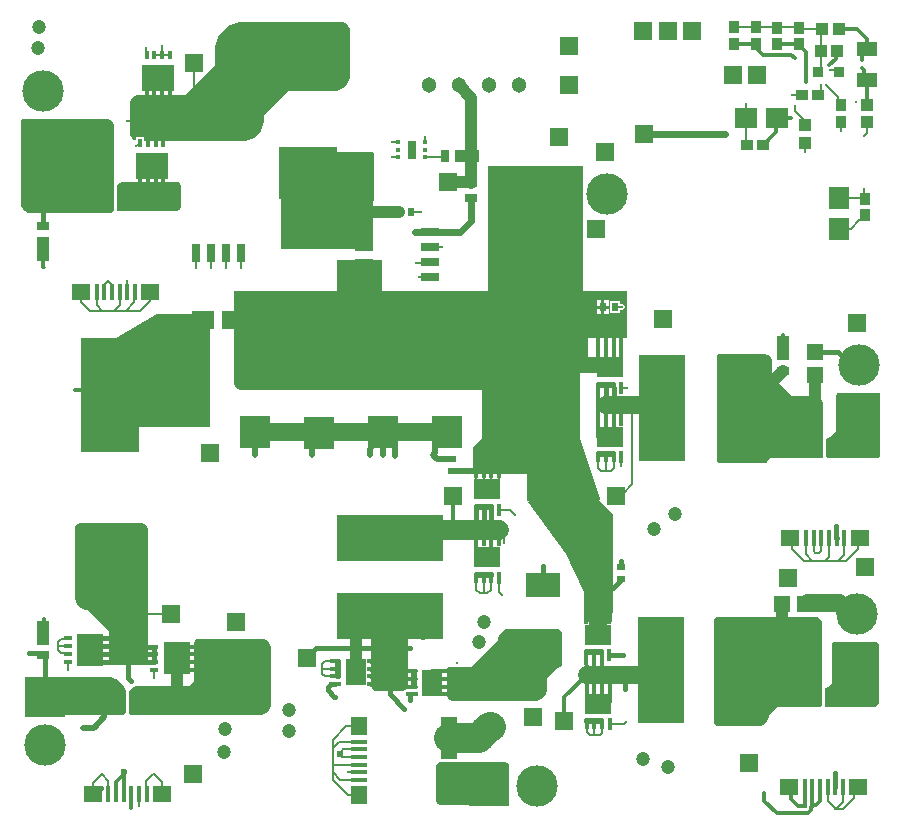
<source format=gbr>
%TF.GenerationSoftware,Altium Limited,Altium Designer,19.1.7 (138)*%
G04 Layer_Physical_Order=1*
G04 Layer_Color=255*
%FSLAX45Y45*%
%MOMM*%
%TF.FileFunction,Copper,L1,Top,Signal*%
%TF.Part,Single*%
G01*
G75*
%TA.AperFunction,Conductor*%
%ADD10C,0.50000*%
%ADD11C,0.40000*%
%ADD12C,0.30000*%
%TA.AperFunction,SMDPad,CuDef*%
%ADD13R,0.45000X0.45000*%
%ADD14R,0.69000X1.60000*%
%ADD15R,0.45000X0.40000*%
%ADD16R,4.00000X9.00000*%
%TA.AperFunction,ConnectorPad*%
%ADD17R,1.10000X2.00000*%
%ADD18R,1.10000X0.80000*%
%TA.AperFunction,SMDPad,CuDef*%
%ADD19R,1.10000X0.80000*%
%ADD20R,1.10000X2.00000*%
%ADD21R,2.00000X1.10000*%
%ADD22R,0.80000X1.10000*%
%ADD23R,0.34000X0.80000*%
%ADD24R,2.29000X1.71000*%
G04:AMPARAMS|DCode=25|XSize=0.34mm|YSize=1mm|CornerRadius=0mm|HoleSize=0mm|Usage=FLASHONLY|Rotation=0.000|XOffset=0mm|YOffset=0mm|HoleType=Round|Shape=Octagon|*
%AMOCTAGOND25*
4,1,8,-0.08500,0.50000,0.08500,0.50000,0.17000,0.41500,0.17000,-0.41500,0.08500,-0.50000,-0.08500,-0.50000,-0.17000,-0.41500,-0.17000,0.41500,-0.08500,0.50000,0.0*
%
%ADD25OCTAGOND25*%

%ADD26R,0.34000X1.00000*%
G04:AMPARAMS|DCode=27|XSize=1.64mm|YSize=0.5mm|CornerRadius=0mm|HoleSize=0mm|Usage=FLASHONLY|Rotation=0.000|XOffset=0mm|YOffset=0mm|HoleType=Round|Shape=Octagon|*
%AMOCTAGOND27*
4,1,8,0.82000,-0.12500,0.82000,0.12500,0.69500,0.25000,-0.69500,0.25000,-0.82000,0.12500,-0.82000,-0.12500,-0.69500,-0.25000,0.69500,-0.25000,0.82000,-0.12500,0.0*
%
%ADD27OCTAGOND27*%

%ADD28R,0.50000X0.70000*%
%ADD29R,0.75000X0.35000*%
%ADD30R,2.20000X2.70000*%
%ADD31R,1.65000X1.42000*%
%ADD32R,0.35000X1.42000*%
%ADD33R,3.60000X1.42000*%
%ADD34R,5.00000X4.50000*%
%ADD35R,1.92000X1.57500*%
%ADD36R,0.65000X1.57500*%
%ADD37R,0.35000X0.75000*%
%ADD38R,2.70000X2.20000*%
%TA.AperFunction,ConnectorPad*%
%ADD39R,5.00000X4.50000*%
%TA.AperFunction,SMDPad,CuDef*%
%ADD40R,1.57500X1.92000*%
%ADD41R,1.57500X0.65000*%
%TA.AperFunction,ConnectorPad*%
%ADD42R,0.95000X1.10000*%
%TA.AperFunction,SMDPad,CuDef*%
%ADD43R,1.10000X0.95000*%
%ADD44R,0.95000X1.10000*%
%ADD45R,1.10000X1.10000*%
%ADD46R,1.10000X1.00000*%
%ADD47R,1.10000X1.10000*%
%ADD48R,0.90000X0.90000*%
%TA.AperFunction,ConnectorPad*%
%ADD49R,1.80000X1.20000*%
%TA.AperFunction,SMDPad,CuDef*%
%ADD50R,1.85000X1.75000*%
%ADD51R,1.75000X1.85000*%
%ADD52R,2.55000X2.77000*%
%ADD53R,0.70000X0.50000*%
%ADD54R,9.00000X4.00000*%
G04:AMPARAMS|DCode=55|XSize=1.64mm|YSize=0.5mm|CornerRadius=0mm|HoleSize=0mm|Usage=FLASHONLY|Rotation=270.000|XOffset=0mm|YOffset=0mm|HoleType=Round|Shape=Octagon|*
%AMOCTAGOND55*
4,1,8,-0.12500,-0.82000,0.12500,-0.82000,0.25000,-0.69500,0.25000,0.69500,0.12500,0.82000,-0.12500,0.82000,-0.25000,0.69500,-0.25000,-0.69500,-0.12500,-0.82000,0.0*
%
%ADD55OCTAGOND55*%

%ADD56R,1.00000X0.34000*%
G04:AMPARAMS|DCode=57|XSize=0.34mm|YSize=1mm|CornerRadius=0mm|HoleSize=0mm|Usage=FLASHONLY|Rotation=270.000|XOffset=0mm|YOffset=0mm|HoleType=Round|Shape=Octagon|*
%AMOCTAGOND57*
4,1,8,0.50000,0.08500,0.50000,-0.08500,0.41500,-0.17000,-0.41500,-0.17000,-0.50000,-0.08500,-0.50000,0.08500,-0.41500,0.17000,0.41500,0.17000,0.50000,0.08500,0.0*
%
%ADD57OCTAGOND57*%

%ADD58R,1.71000X2.29000*%
%ADD59R,0.80000X0.34000*%
%ADD60R,1.42000X1.65000*%
%ADD61R,1.42000X0.35000*%
%ADD62R,1.42000X3.60000*%
%ADD63R,2.00000X1.80000*%
%ADD64R,3.00000X2.10000*%
%ADD65R,1.45000X1.45000*%
%ADD66R,1.45000X1.45000*%
%TA.AperFunction,Conductor*%
%ADD67C,0.20000*%
%ADD68C,0.60000*%
%ADD69C,1.00000*%
%ADD70C,1.50000*%
%ADD71C,0.38100*%
%ADD72C,0.35000*%
%ADD73C,1.70000*%
%ADD74C,0.15000*%
%ADD75C,2.00000*%
%ADD76C,2.50000*%
%ADD77C,3.00000*%
%TA.AperFunction,ComponentPad*%
%ADD78C,1.20000*%
%ADD79R,1.55000X1.55000*%
%ADD80R,1.55000X1.55000*%
%ADD81R,3.50000X3.50000*%
%ADD82C,3.50000*%
%ADD83C,1.30300*%
%ADD84R,3.50000X3.50000*%
%TA.AperFunction,ViaPad*%
%ADD85C,0.30000*%
%ADD86C,0.60000*%
%ADD87C,0.26000*%
%ADD88C,0.50000*%
G36*
X2745316Y8965321D02*
X2767821Y8942816D01*
X2780000Y8913413D01*
Y8897500D01*
Y8532500D01*
Y8504652D01*
X2758686Y8453196D01*
X2719303Y8413814D01*
X2667848Y8392500D01*
X2262500D01*
X2055000Y8185000D01*
Y8127220D01*
X2024171Y8052793D01*
X1967207Y7995829D01*
X1892780Y7965000D01*
X1037500D01*
Y8004500D01*
X972500D01*
Y7978947D01*
X961940Y7971891D01*
X952848Y7975657D01*
X933157Y7995348D01*
X922500Y8021076D01*
Y8299918D01*
X933918Y8327484D01*
X955016Y8348582D01*
X982581Y8360000D01*
X1383500D01*
X1637500Y8614000D01*
Y8723500D01*
Y8774024D01*
X1676169Y8867379D01*
X1747620Y8938831D01*
X1840976Y8977500D01*
X2715913D01*
X2745316Y8965321D01*
D02*
G37*
G36*
X1332658Y7616410D02*
X1343910Y7605158D01*
X1350000Y7590456D01*
Y7582500D01*
Y7420000D01*
Y7411049D01*
X1343149Y7394509D01*
X1330490Y7381851D01*
X1313951Y7375000D01*
X820013D01*
X815419Y7376903D01*
X811903Y7380419D01*
X810000Y7385013D01*
Y7387500D01*
Y7570000D01*
Y7580443D01*
X817993Y7599739D01*
X832761Y7614507D01*
X852057Y7622500D01*
X1317956D01*
X1332658Y7616410D01*
D02*
G37*
G36*
X755403Y8145485D02*
X772985Y8127903D01*
X782500Y8104932D01*
Y8092500D01*
Y7392500D01*
Y7386035D01*
X777552Y7374090D01*
X768410Y7364948D01*
X756465Y7360000D01*
X56076D01*
X30348Y7370657D01*
X10657Y7390348D01*
X0Y7416076D01*
Y7430000D01*
Y8147500D01*
Y8148992D01*
X1142Y8151748D01*
X3251Y8153858D01*
X6008Y8155000D01*
X732432D01*
X755403Y8145485D01*
D02*
G37*
G36*
X2982473Y7866006D02*
X2980000Y7050000D01*
X2200000D01*
Y7875000D01*
X2973506D01*
X2982473Y7866006D01*
D02*
G37*
G36*
X4752500Y6700000D02*
X5130000D01*
Y6300000D01*
X4800000Y6300000D01*
X4800001Y6200000D01*
X4800000Y6140000D01*
X4900000D01*
Y6000000D01*
X4732500D01*
Y5450000D01*
X4896746Y4932750D01*
X4889246Y4922500D01*
X4897500D01*
X5010000Y4810000D01*
Y4150000D01*
Y3985000D01*
X5009999D01*
X5004810Y3973597D01*
X5003496Y3972283D01*
X4997983Y3970000D01*
X4778024D01*
X4769755Y3973425D01*
X4763425Y3979755D01*
X4760000Y3988025D01*
Y4150000D01*
X4607500Y4467500D01*
X4288136Y4911197D01*
X4293927Y4922500D01*
X4280000D01*
Y5152500D01*
X3848038D01*
X3835174Y5157828D01*
X3825328Y5167674D01*
X3820000Y5180538D01*
Y5374999D01*
X3820000Y5375000D01*
X3820000D01*
Y5375000D01*
X3897500Y5452500D01*
Y5857500D01*
X1858079D01*
X1831432Y5868537D01*
X1811037Y5888932D01*
X1800000Y5915579D01*
Y5930000D01*
Y6000000D01*
Y6382500D01*
D01*
Y6382500D01*
Y6405872D01*
Y6700000D01*
X2670000D01*
Y6960000D01*
X3050000D01*
Y6700000D01*
X3952500D01*
Y7755000D01*
X4752500D01*
Y6700000D01*
D02*
G37*
G36*
X7267080Y5830597D02*
X7270597Y5827080D01*
X7272500Y5822486D01*
Y5820000D01*
Y5315000D01*
Y5308535D01*
X7267552Y5296590D01*
X7258410Y5287448D01*
X7246465Y5282500D01*
X6833024D01*
X6824755Y5285925D01*
X6818425Y5292255D01*
X6815000Y5300524D01*
Y5305000D01*
Y5435000D01*
Y5439973D01*
X6818806Y5449161D01*
X6825839Y5456194D01*
X6835027Y5460000D01*
X6847500D01*
X6900000Y5512500D01*
Y5815000D01*
Y5818481D01*
X6902664Y5824913D01*
X6907587Y5829835D01*
X6914019Y5832500D01*
X6997997D01*
X6998916Y5832119D01*
X6999619Y5831416D01*
X7000000Y5830497D01*
Y5830000D01*
X7260000Y5832500D01*
X7262486D01*
X7267080Y5830597D01*
D02*
G37*
G36*
X1600000Y5550000D02*
X500000Y5550000D01*
Y6300000D01*
X800000D01*
X1150000Y6500000D01*
X1600000D01*
X1600000Y5550000D01*
D02*
G37*
G36*
X6322484Y6156082D02*
X6343582Y6134984D01*
X6355000Y6107418D01*
Y6092500D01*
Y5972500D01*
X6522500Y5805000D01*
X6733426D01*
X6758236Y5794724D01*
X6777224Y5775736D01*
X6787500Y5750927D01*
Y5737500D01*
Y5292500D01*
Y5290014D01*
X6785597Y5285419D01*
X6782080Y5281903D01*
X6777486Y5280000D01*
X6335000D01*
X6312500Y5257500D01*
Y5254516D01*
X6310216Y5249003D01*
X6305997Y5244784D01*
X6300483Y5242500D01*
X5905027D01*
X5895838Y5246306D01*
X5888806Y5253338D01*
X5885000Y5262527D01*
Y5267500D01*
Y6142500D01*
Y6147473D01*
X5888806Y6156661D01*
X5895839Y6163694D01*
X5905027Y6167500D01*
X6294918D01*
X6322484Y6156082D01*
D02*
G37*
G36*
X4560910Y3827552D02*
X4570052Y3818410D01*
X4575000Y3806465D01*
Y3800000D01*
Y3542500D01*
X4574999Y3542500D01*
X4575000Y3535041D01*
X4569291Y3521258D01*
X4558742Y3510709D01*
X4544959Y3505000D01*
X4537500Y3505000D01*
Y3505000D01*
X4447500Y3415000D01*
Y3332500D01*
X4447500Y3332500D01*
X4447500Y3311117D01*
X4431134Y3271606D01*
X4400894Y3241366D01*
X4361383Y3225000D01*
X4340000Y3225000D01*
X3662500Y3224999D01*
X3650565D01*
X3628512Y3234134D01*
X3611634Y3251012D01*
X3602500Y3273065D01*
X3602500Y3285000D01*
Y3497500D01*
Y3500981D01*
X3605164Y3507413D01*
X3610087Y3512336D01*
X3616519Y3515000D01*
X3805000D01*
X4035000Y3745000D01*
X4035000Y3762404D01*
X4048321Y3794565D01*
X4072935Y3819179D01*
X4105095Y3832500D01*
X4122500Y3832500D01*
X4542500Y3832500D01*
X4548964D01*
X4560910Y3827552D01*
D02*
G37*
G36*
X1043236Y4722224D02*
X1062224Y4703236D01*
X1072500Y4678427D01*
Y4665000D01*
Y3547500D01*
Y3544516D01*
X1070216Y3539003D01*
X1065997Y3534783D01*
X1060484Y3532500D01*
X772540D01*
X758758Y3538209D01*
X748209Y3548758D01*
X742500Y3562541D01*
Y3570000D01*
Y3820000D01*
X562500Y4000000D01*
X541117D01*
X501606Y4016366D01*
X471366Y4046606D01*
X455000Y4086117D01*
Y4107500D01*
Y4687500D01*
Y4696451D01*
X461851Y4712990D01*
X474510Y4725649D01*
X491049Y4732500D01*
X1018426D01*
X1043236Y4722224D01*
D02*
G37*
G36*
X3266329Y3876955D02*
X3271955Y3871329D01*
X3275000Y3863978D01*
Y3367501D01*
X3275000D01*
X3274877Y3355767D01*
X3266246Y3334929D01*
X3250071Y3318754D01*
X3228937Y3310000D01*
X2999557D01*
X2980261Y3317993D01*
X2965493Y3332761D01*
X2957500Y3352057D01*
Y3434375D01*
X2958125D01*
X2960000Y3839999D01*
X2960000Y3840000D01*
Y3840000D01*
X2961564Y3851733D01*
X2966090Y3862658D01*
X2977342Y3873910D01*
X2992044Y3880000D01*
X3258978D01*
X3266329Y3876955D01*
D02*
G37*
G36*
X7243410Y3722552D02*
X7252552Y3713410D01*
X7257500Y3701465D01*
Y3695000D01*
Y3220000D01*
Y3211546D01*
X7251030Y3195926D01*
X7239074Y3183970D01*
X7223454Y3177500D01*
X6813011D01*
X6809335Y3179022D01*
X6806522Y3181835D01*
X6805000Y3185511D01*
Y3187500D01*
Y3327500D01*
Y3330484D01*
X6807284Y3335997D01*
X6811503Y3340216D01*
X6817016Y3342500D01*
X6830000D01*
X6862500Y3375000D01*
Y3702500D01*
Y3707473D01*
X6866306Y3716661D01*
X6873339Y3723694D01*
X6882527Y3727500D01*
X7231465D01*
X7243410Y3722552D01*
D02*
G37*
G36*
X2075648Y3739559D02*
X2099559Y3715648D01*
X2112500Y3684407D01*
Y3667500D01*
Y3202500D01*
Y3184101D01*
X2098417Y3150103D01*
X2072397Y3124082D01*
X2038399Y3110000D01*
X928522D01*
X921171Y3113045D01*
X915545Y3118671D01*
X912500Y3126021D01*
Y3130000D01*
Y3285000D01*
Y3298426D01*
X922776Y3323236D01*
X941764Y3342224D01*
X966573Y3352500D01*
X1420000D01*
X1460000Y3392500D01*
Y3717500D01*
Y3724462D01*
X1465328Y3737326D01*
X1475174Y3747171D01*
X1488038Y3752500D01*
X2044407D01*
X2075648Y3739559D01*
D02*
G37*
G36*
X816384Y3406783D02*
X859283Y3363884D01*
X882500Y3307834D01*
Y3277500D01*
Y3130027D01*
X878694Y3120838D01*
X871661Y3113806D01*
X862472Y3110000D01*
X85068D01*
X62096Y3119515D01*
X44515Y3137096D01*
X35000Y3160068D01*
Y3172500D01*
X32588Y3420976D01*
X41524Y3430000D01*
X760334D01*
X816384Y3406783D01*
D02*
G37*
G36*
X6753655Y3926627D02*
X6769127Y3911155D01*
X6777500Y3890940D01*
Y3880000D01*
Y3195000D01*
Y3191519D01*
X6774836Y3185087D01*
X6769913Y3180164D01*
X6763481Y3177500D01*
X6400000D01*
X6327500Y3105000D01*
Y3086600D01*
X6313417Y3052603D01*
X6287397Y3026582D01*
X6253399Y3012500D01*
X5895041D01*
X5881258Y3018209D01*
X5870709Y3028758D01*
X5865000Y3042541D01*
Y3050000D01*
Y3915000D01*
Y3918978D01*
X5868045Y3926329D01*
X5873671Y3931955D01*
X5881022Y3935000D01*
X6733440D01*
X6753655Y3926627D01*
D02*
G37*
G36*
X4112658Y2703910D02*
X4123910Y2692658D01*
X4130000Y2677956D01*
Y2670000D01*
Y2417500D01*
Y2403576D01*
X4119343Y2377848D01*
X4099652Y2358157D01*
X4073924Y2347500D01*
X3540538D01*
X3527674Y2352828D01*
X3517828Y2362674D01*
X3512500Y2375538D01*
Y2382500D01*
Y2672500D01*
Y2679462D01*
X3517828Y2692326D01*
X3527674Y2702171D01*
X3540538Y2707500D01*
X3595000D01*
X4090000Y2710000D01*
X4097956D01*
X4112658Y2703910D01*
D02*
G37*
%LPC*%
G36*
X4970400Y6620400D02*
X4932700D01*
Y6572700D01*
X4970400D01*
Y6620400D01*
D02*
G37*
G36*
X4907300D02*
X4869600D01*
Y6572700D01*
X4907300D01*
Y6620400D01*
D02*
G37*
G36*
X5065000Y6610000D02*
X4985000D01*
Y6510000D01*
X5065000D01*
Y6532940D01*
X5085000D01*
X5104134Y6540866D01*
X5112060Y6560000D01*
X5104134Y6579134D01*
X5085000Y6587060D01*
X5065000D01*
Y6610000D01*
D02*
G37*
G36*
X4970400Y6547300D02*
X4932700D01*
Y6499600D01*
X4970400D01*
Y6547300D01*
D02*
G37*
G36*
X4907300D02*
X4869600D01*
Y6499600D01*
X4907300D01*
Y6547300D01*
D02*
G37*
%LPD*%
D10*
X3058351Y5503000D02*
G03*
X3036034Y5500500I0J-100851D01*
G01*
X2517925Y5498000D02*
G03*
X2462500Y5442575I0J-55425D01*
G01*
X520025Y3000146D02*
X615147D01*
X702500Y3087500D01*
X3060000Y5500500D02*
Y5503000D01*
X3058351D02*
X3060000D01*
X2462500Y5312500D02*
Y5442575D01*
X3642500Y5170000D02*
X4325000D01*
X3165000Y5302500D02*
Y5360210D01*
X3160851Y5364359D02*
X3165000Y5360210D01*
X3160851Y5364359D02*
Y5399649D01*
X3060000Y5500500D02*
X3160851Y5399649D01*
X2950000Y5312500D02*
Y5360210D01*
X2955851Y5366061D01*
Y5396350D01*
X3060000Y5500500D01*
X3485000Y5305000D02*
X3515000Y5275000D01*
X3642500D01*
X3504855Y5409079D02*
X3596276Y5500500D01*
X3485000Y5305000D02*
X3504855Y5324855D01*
Y5409079D01*
X3060000Y5312500D02*
Y5500500D01*
X1977500Y5310000D02*
Y5500500D01*
X702500Y3087500D02*
Y3197500D01*
D11*
X185000Y7975000D02*
G03*
X180000Y7980000I-5000J0D01*
G01*
X4412500Y4215426D02*
X4417500Y4210426D01*
X200000Y3197500D02*
X702500D01*
X200000Y3260000D02*
Y3630000D01*
Y3197500D02*
Y3260000D01*
X2496915Y3672500D02*
X2832300D01*
X4412500Y4215426D02*
Y4372500D01*
X185000Y7245000D02*
Y7975000D01*
X2414415Y3590000D02*
X2496915Y3672500D01*
X6900000Y4604605D02*
X6900851Y4603755D01*
X6900000Y4604605D02*
Y4705000D01*
X60000Y3630000D02*
X185000D01*
X5010425Y4185425D02*
X5076250Y4251250D01*
X6890425Y2496255D02*
Y2612500D01*
X2832300Y3672500D02*
X3290000D01*
X3119575Y3282925D02*
Y3368750D01*
Y3282925D02*
X3242500Y3160000D01*
X4977500Y3612500D02*
X5095000D01*
X5107500Y3327500D02*
Y3447500D01*
X7019069Y6067500D02*
X7087500D01*
X6909068Y6177500D02*
X7019069Y6067500D01*
X6715000Y6177500D02*
X6909068D01*
X5072500Y4360000D02*
Y4415000D01*
X4880000Y4175000D02*
X4890425Y4185425D01*
X5010425D01*
X2957500Y3565000D02*
X2958750Y3563750D01*
X2957500Y3500000D02*
X2958750Y3498750D01*
X2957500Y3435000D02*
X2958750Y3433750D01*
Y3368750D02*
X3119575D01*
X2957500Y3370000D02*
X2958750Y3368750D01*
X4785000Y4030000D02*
X4880000D01*
X4977500D01*
X4782500Y4027500D02*
X4785000Y4030000D01*
X4782500Y3912500D02*
Y4027500D01*
X4977500Y3912500D02*
Y4030000D01*
X787925Y3755585D02*
Y3784575D01*
X903149Y3419352D02*
X928750Y3393750D01*
X903149Y3419352D02*
Y3606851D01*
D12*
X185000Y6897500D02*
G03*
X187500Y6895000I2500J0D01*
G01*
X452500Y5860000D02*
X540000D01*
X6630425Y2339891D02*
X6635000Y2335316D01*
X6630425Y2339891D02*
Y2496255D01*
X6514672Y2397829D02*
X6537500Y2375000D01*
X6514672Y2397829D02*
Y2482008D01*
X6500425Y2496255D02*
X6514672Y2482008D01*
X6537500Y2375000D02*
X6577184Y2335316D01*
X6635000D01*
X6727816Y2342816D02*
X6760425Y2375425D01*
Y2496255D01*
X6702500Y2342816D02*
X6727816D01*
X6695000Y2335316D02*
X6702500Y2342816D01*
X6695000Y2495830D02*
X6695425Y2496255D01*
X6695000Y2335316D02*
Y2495830D01*
X6397500Y2275000D02*
X6662110D01*
X6687500Y2300390D01*
Y2327816D01*
X6695000Y2335316D01*
X6290000Y2382500D02*
X6397500Y2275000D01*
X6290000Y2382500D02*
Y2445000D01*
X865000Y2436080D02*
Y2605000D01*
Y2622500D01*
X800580Y2540580D02*
X865000Y2605000D01*
X800580Y2435500D02*
Y2540580D01*
X865000Y2436080D02*
X865580Y2435500D01*
X930000Y2317500D02*
Y2434920D01*
X930580Y2435500D01*
X4882500Y5736250D02*
Y5880000D01*
X5012500Y5464800D02*
Y5590000D01*
X4947500Y5464800D02*
Y5590000D01*
X4882500Y5464800D02*
Y5590000D01*
Y5736250D01*
X6890425Y2612500D02*
X6890738Y2612813D01*
X3512300Y3345000D02*
X3660000D01*
X3477300Y3412500D02*
X3655000D01*
X3477300D02*
Y3480000D01*
Y3380000D02*
Y3412500D01*
Y3480000D02*
X3655000D01*
X3477300Y3282500D02*
X3647500D01*
X3477300Y3380000D02*
X3512300Y3345000D01*
X3477300Y3282500D02*
Y3380000D01*
X4785000Y3215000D02*
Y3447500D01*
X4915000Y3330000D02*
X4915000Y3447500D01*
X4915000Y3212500D02*
Y3330000D01*
X4850000D02*
Y3447500D01*
Y3220000D02*
Y3330000D01*
X4980000D02*
Y3447500D01*
Y3215000D02*
Y3330000D01*
X4947500Y5590000D02*
Y5736250D01*
X5012500Y5590000D02*
Y5736250D01*
X5077500Y5590000D02*
Y5735000D01*
X4980000Y5464800D02*
X5012500D01*
X4882500D02*
X4947500D01*
Y6054800D02*
Y6180000D01*
Y6340000D01*
X5012500Y6054800D02*
Y6180000D01*
Y6345000D01*
Y6054800D02*
X5077500D01*
X4980000D02*
X5012500D01*
X5077500D02*
Y6180000D01*
X4947500Y6054800D02*
X4980000D01*
X1200000Y7572500D02*
Y7648000D01*
X1135000Y7565000D02*
Y7648000D01*
Y7565000D02*
X1137500D01*
X1135000Y7648000D02*
X1135000D01*
X1070000Y7552500D02*
Y7648000D01*
X1005000Y7552500D02*
X1070000D01*
X1005000D02*
Y7648000D01*
X3977500Y4444800D02*
Y4570000D01*
X3847500Y4444800D02*
Y4570000D01*
Y4444800D02*
X3945000D01*
X3977500D01*
X3912500Y4570000D02*
Y4677500D01*
X4042500Y4570000D02*
Y4677500D01*
X6837500Y8607500D02*
X6895425Y8665425D01*
X185000Y6897500D02*
Y7055000D01*
X5077500Y6180000D02*
Y6332500D01*
X7071723Y8918277D02*
X7155000Y8835000D01*
Y8745000D02*
Y8835000D01*
X6925000Y8918277D02*
X7071723D01*
X7115000Y8652500D02*
X7120074Y8657574D01*
Y8710074D01*
X7155000Y8745000D01*
Y8283362D02*
X7162500Y8275862D01*
X7155000Y8283362D02*
Y8485000D01*
X7115000Y8587500D02*
X7130074Y8572426D01*
Y8509926D02*
Y8572426D01*
Y8509926D02*
X7155000Y8485000D01*
X6645000Y8467500D02*
Y8717075D01*
X6582075Y8780000D02*
X6645000Y8717075D01*
X6517500Y8695000D02*
X6545000Y8667500D01*
X6280000Y8695000D02*
X6517500D01*
X6218798Y8756202D02*
X6280000Y8695000D01*
X6582075Y8780000D02*
Y8787500D01*
X6400437D02*
X6582075D01*
X6036298Y8792500D02*
X6218798D01*
Y8756202D02*
Y8792500D01*
X6445000Y6240000D02*
Y6327500D01*
X190000Y3822500D02*
Y3922500D01*
X187500Y3820000D02*
X190000Y3822500D01*
X3654415Y4703085D02*
Y4960585D01*
X4591915Y3256915D02*
X4785000Y3447500D01*
X4591915Y3060000D02*
Y3256915D01*
X6390499Y8157563D02*
X6395436Y8162500D01*
X6390499Y8047574D02*
Y8157563D01*
X6320425Y7977500D02*
X6390499Y8047574D01*
X6320425Y7970000D02*
Y7977500D01*
X6287925Y7937500D02*
X6320425Y7970000D01*
X6280425Y7937500D02*
X6287925D01*
X6395436Y8162500D02*
X6515000D01*
X6895425Y8665425D02*
Y8717064D01*
X6907500Y8729138D01*
X4782500Y3612500D02*
X4785000Y3447500D01*
X3847500Y4570000D02*
Y4677500D01*
X4912500Y3612500D02*
X4915000Y3447500D01*
X4847500Y3612500D02*
X4850000Y3447500D01*
D13*
X6696000Y2335316D02*
D03*
X6634000D02*
D03*
D14*
X3305000Y7895000D02*
D03*
D15*
X3190000Y7960000D02*
D03*
Y7895000D02*
D03*
Y7830000D02*
D03*
X3420000Y7960000D02*
D03*
Y7895000D02*
D03*
Y7830000D02*
D03*
D16*
X6090425Y5705000D02*
D03*
X5425425D02*
D03*
X5415000Y3485000D02*
D03*
X6080000D02*
D03*
D17*
X185000Y7055000D02*
D03*
D18*
Y7245000D02*
D03*
D19*
X182500Y3615000D02*
D03*
X6450000Y6022500D02*
D03*
X3810000Y7485000D02*
D03*
Y7615000D02*
D03*
D20*
X182500Y3805000D02*
D03*
X6450000Y6212500D02*
D03*
D21*
X3775925Y7840000D02*
D03*
D22*
X3585925D02*
D03*
D23*
X4882500Y6180000D02*
D03*
X4947500D02*
D03*
X5012500D02*
D03*
X5077500D02*
D03*
X4042500Y5145000D02*
D03*
X3977500D02*
D03*
X3912500D02*
D03*
X3847500D02*
D03*
X4977500Y3912500D02*
D03*
X4912500D02*
D03*
X4847500D02*
D03*
X4782500D02*
D03*
X4980000Y3330000D02*
D03*
X4915000D02*
D03*
X4850000D02*
D03*
X4785000D02*
D03*
X4882500Y5590000D02*
D03*
X4947500D02*
D03*
X5012500D02*
D03*
X5077500D02*
D03*
X3847500Y4570000D02*
D03*
X3912500D02*
D03*
X3977500D02*
D03*
X4042500D02*
D03*
D24*
X4980000Y6054800D02*
D03*
X3945000Y5019800D02*
D03*
X4880000Y3787300D02*
D03*
X4882500Y3204800D02*
D03*
X4980000Y5464800D02*
D03*
X3945000Y4444800D02*
D03*
D25*
X4882500Y5880000D02*
D03*
X4947500D02*
D03*
X5012500D02*
D03*
X3977500Y4845000D02*
D03*
X3912500D02*
D03*
X3847500D02*
D03*
X4912500Y3612500D02*
D03*
X4847500D02*
D03*
X4782500D02*
D03*
X4915000Y3030000D02*
D03*
X4850000D02*
D03*
X4785000D02*
D03*
X4882500Y5290000D02*
D03*
X4947500D02*
D03*
X5012500D02*
D03*
X3847500Y4270000D02*
D03*
X3912500D02*
D03*
X3977500D02*
D03*
D26*
X5077500Y5880000D02*
D03*
X4042500Y4845000D02*
D03*
X4977500Y3612500D02*
D03*
X4980000Y3030000D02*
D03*
X5077500Y5290000D02*
D03*
X4042500Y4270000D02*
D03*
D27*
X4947500Y5905000D02*
D03*
X3912500Y4870000D02*
D03*
X4847500Y3637500D02*
D03*
X4850000Y3055000D02*
D03*
X4947500Y5315000D02*
D03*
X3912500Y4295000D02*
D03*
D28*
X5025000Y6560000D02*
D03*
X4920000D02*
D03*
X3196639Y7365000D02*
D03*
X3301639D02*
D03*
D29*
X1429500Y3492500D02*
D03*
Y3557500D02*
D03*
Y3622500D02*
D03*
Y3687500D02*
D03*
X1125500Y3492500D02*
D03*
Y3557500D02*
D03*
Y3622500D02*
D03*
Y3687500D02*
D03*
X694925Y3560585D02*
D03*
Y3625585D02*
D03*
Y3690585D02*
D03*
Y3755585D02*
D03*
X390925Y3560585D02*
D03*
Y3625585D02*
D03*
Y3690585D02*
D03*
Y3755585D02*
D03*
D30*
X1317500Y3590000D02*
D03*
X582925Y3658085D02*
D03*
D31*
X1190580Y2435500D02*
D03*
X605580D02*
D03*
X1090580Y6693000D02*
D03*
X505580D02*
D03*
X7085425Y2496255D02*
D03*
X6500425D02*
D03*
X7095850Y4603755D02*
D03*
X6510850D02*
D03*
D32*
X1060580Y2435500D02*
D03*
X995580D02*
D03*
X930580D02*
D03*
X865580D02*
D03*
X800580D02*
D03*
X735580D02*
D03*
X960580Y6693000D02*
D03*
X895580D02*
D03*
X830580D02*
D03*
X765580D02*
D03*
X700580D02*
D03*
X635580D02*
D03*
X6955425Y2496255D02*
D03*
X6890425D02*
D03*
X6825425D02*
D03*
X6760425D02*
D03*
X6695425D02*
D03*
X6630425D02*
D03*
X6965850Y4603755D02*
D03*
X6900851D02*
D03*
X6835850D02*
D03*
X6770851D02*
D03*
X6705850D02*
D03*
X6640851D02*
D03*
D33*
X702500Y3197500D02*
D03*
X1091120D02*
D03*
X602500Y7455000D02*
D03*
X991120D02*
D03*
X6597345Y3258255D02*
D03*
X6985965D02*
D03*
X6607770Y5365755D02*
D03*
X6996390D02*
D03*
D34*
X750000Y5555000D02*
D03*
Y4505000D02*
D03*
D35*
X1540500Y6455000D02*
D03*
X1794500D02*
D03*
D36*
X1858000Y7015000D02*
D03*
X1731000D02*
D03*
X1604000D02*
D03*
X1477000D02*
D03*
D37*
X1005000Y7648000D02*
D03*
X1070000D02*
D03*
X1135000D02*
D03*
X1200000D02*
D03*
X1005000Y7952000D02*
D03*
X1070000D02*
D03*
X1135000D02*
D03*
X1200000D02*
D03*
X1060000Y8388000D02*
D03*
X1125000D02*
D03*
X1190000D02*
D03*
X1255000D02*
D03*
X1060000Y8692000D02*
D03*
X1125000D02*
D03*
X1190000D02*
D03*
X1255000D02*
D03*
D38*
X1102500Y7760000D02*
D03*
X1157500Y8500000D02*
D03*
D39*
X2422500Y7700000D02*
D03*
Y8750000D02*
D03*
D40*
X2901000Y7133000D02*
D03*
Y6879000D02*
D03*
D41*
X3461000Y6815500D02*
D03*
Y6942500D02*
D03*
Y7069500D02*
D03*
Y7196500D02*
D03*
D42*
X6218798Y8792500D02*
D03*
Y8932500D02*
D03*
X6036298Y8792500D02*
D03*
Y8932500D02*
D03*
X6582075Y8787500D02*
D03*
Y8927500D02*
D03*
X6400437Y8787500D02*
D03*
Y8927500D02*
D03*
X7139138Y7480000D02*
D03*
Y7340000D02*
D03*
D43*
X6747500Y8357500D02*
D03*
X6607500D02*
D03*
X6280425Y7937500D02*
D03*
X6140425D02*
D03*
D44*
X6936638Y8270000D02*
D03*
Y8130000D02*
D03*
D45*
X6925000Y8918277D02*
D03*
X6775000D02*
D03*
D46*
X6907500Y8729138D02*
D03*
X6767500D02*
D03*
D47*
X7162500Y8275862D02*
D03*
Y8125862D02*
D03*
X6630788Y7951638D02*
D03*
Y8101638D02*
D03*
D48*
X6742500Y8550000D02*
D03*
X6922500D02*
D03*
D49*
X7155000Y8745000D02*
D03*
Y8485000D02*
D03*
D50*
X6130436Y8162500D02*
D03*
X6395436D02*
D03*
D51*
X6917500Y7220000D02*
D03*
Y7485000D02*
D03*
D52*
X1977500Y6124500D02*
D03*
Y5500500D02*
D03*
X2517925Y6122000D02*
D03*
Y5498000D02*
D03*
X3058351Y6127000D02*
D03*
Y5503000D02*
D03*
X3598776Y6127000D02*
D03*
Y5503000D02*
D03*
D53*
X3642500Y5170000D02*
D03*
Y5275000D02*
D03*
X5072500Y4255000D02*
D03*
Y4360000D02*
D03*
D54*
X3119575Y4610000D02*
D03*
Y3945000D02*
D03*
D55*
X2682500Y3500000D02*
D03*
X3327500Y3412500D02*
D03*
D56*
X2657500Y3370000D02*
D03*
X3302500Y3282500D02*
D03*
D57*
X2657500Y3435000D02*
D03*
Y3500000D02*
D03*
Y3565000D02*
D03*
X3302500Y3347500D02*
D03*
Y3412500D02*
D03*
Y3477500D02*
D03*
D58*
X2832300Y3467500D02*
D03*
X3477300Y3380000D02*
D03*
D59*
X2957500Y3370000D02*
D03*
Y3435000D02*
D03*
Y3500000D02*
D03*
Y3565000D02*
D03*
X3602500Y3282500D02*
D03*
Y3347500D02*
D03*
Y3412500D02*
D03*
Y3477500D02*
D03*
D60*
X2859000Y2427500D02*
D03*
Y3012500D02*
D03*
D61*
Y2557500D02*
D03*
Y2622500D02*
D03*
Y2687500D02*
D03*
Y2752500D02*
D03*
Y2817500D02*
D03*
Y2882500D02*
D03*
D62*
X3621000Y2915580D02*
D03*
Y2526960D02*
D03*
D63*
X3972925Y3007500D02*
D03*
Y3317500D02*
D03*
D64*
X4412500Y3710426D02*
D03*
Y4210426D02*
D03*
D65*
X6636638Y4050000D02*
D03*
X6441638D02*
D03*
D66*
X6715000Y6177500D02*
D03*
Y5982500D02*
D03*
D67*
X3420000Y7830000D02*
X3517500D01*
X3575925D01*
X307500Y3695000D02*
X311915Y3690585D01*
X307500Y3657500D02*
Y3695000D01*
Y3725000D01*
X390925Y3490925D02*
Y3560585D01*
X605580Y2535580D02*
X680000Y2610000D01*
X6767500Y8575000D02*
Y8729138D01*
X6218798Y8932500D02*
X6577075D01*
X7023284Y7224146D02*
X7094138Y7295000D01*
X4907500Y5177500D02*
X4955000D01*
X2547500Y3500000D02*
X2682500D01*
X2635000Y2622500D02*
Y2690000D01*
X6825425Y2377075D02*
X6885000Y2317500D01*
X6825425Y2377075D02*
Y2496255D01*
X6885000Y2317500D02*
X6885219D01*
X6890219Y2312500D01*
X6892925D01*
X1120000Y2610000D02*
X1122500D01*
X1117500D02*
X1120000D01*
X2725490Y2817500D02*
X2859000D01*
X2692930Y2777500D02*
X2725490Y2817500D01*
X2717931Y2752500D02*
X2859000D01*
X2692930Y2777500D02*
X2717931Y2752500D01*
X680000Y2607120D02*
Y2610000D01*
Y2606160D02*
Y2607120D01*
Y2606160D02*
X735580Y2550580D01*
Y2435500D02*
Y2550580D01*
X1055000Y2547500D02*
X1117500Y2610000D01*
X2767500Y2622784D02*
X2858716D01*
X2635000Y2690000D02*
X2637500Y2687500D01*
X2859000D01*
X6805000Y4415000D02*
X6835850Y4445850D01*
X6805000Y4415000D02*
X6915000D01*
X6695000D02*
X6805000D01*
X6835850Y4445850D02*
Y4603755D01*
X5070000Y4980000D02*
X5090000D01*
X5172500Y5062500D01*
X5052500Y4962500D02*
X5070000Y4980000D01*
X1060000Y8300000D02*
Y8388000D01*
Y8505000D01*
X1125000Y8300000D02*
Y8388000D01*
Y8505000D01*
X1190000Y8300000D02*
Y8388000D01*
Y8505000D01*
X1255000Y8388000D02*
Y8505000D01*
Y8300000D02*
Y8388000D01*
X1460000Y8367500D02*
Y8630000D01*
X5172500Y5617500D02*
Y5736250D01*
X4042500Y4677500D02*
X4087500Y4632500D01*
X3575925Y7830000D02*
X3585925Y7840000D01*
X4951250Y5181250D02*
X4955000Y5177500D01*
X4947500Y5185000D02*
X4951250Y5181250D01*
X3135000Y7960000D02*
X3190000D01*
X6742500Y8550000D02*
X6767500Y8575000D01*
X3912500Y5019800D02*
Y5145000D01*
Y5019800D02*
X3945000D01*
X3847500D02*
X3912500D01*
X3847500D02*
Y5145000D01*
X3977500Y5019800D02*
Y5145000D01*
Y5019800D02*
X4042500D01*
X3945000D02*
X3977500D01*
X4042500D02*
Y5145000D01*
X890001Y8140000D02*
X992500D01*
X4882500Y5202500D02*
X4907500Y5177500D01*
X4882500Y5202500D02*
Y5290000D01*
X4955000Y5177500D02*
X4992500D01*
X4947500Y5185000D02*
Y5290000D01*
X4992500Y5177500D02*
X5012500Y5197500D01*
Y5290000D01*
X311915Y3690585D02*
X390925D01*
X307500Y3725000D02*
X335792Y3753292D01*
X388632D01*
X390925Y3755585D01*
X307500Y3657500D02*
X336457Y3628543D01*
X387967D01*
X390925Y3625585D01*
X6917500Y7220000D02*
X6921646Y7224146D01*
X7023284D01*
X6683149Y8918277D02*
X6775000D01*
X6591298D02*
X6683149D01*
X6127548Y8932500D02*
X6218798D01*
X6036298D02*
X6127548D01*
X6130436Y8277500D02*
Y8280862D01*
Y8162500D02*
Y8277500D01*
X6936638Y8050000D02*
X6936639Y8050000D01*
X6936638Y8050000D02*
Y8130000D01*
X6527500Y8355000D02*
X6530000Y8357500D01*
X6607500D01*
X6747500D02*
X6770000Y8380000D01*
Y8442500D01*
X7137500Y8010000D02*
X7162500Y8035000D01*
Y8125862D01*
X6630788Y7876639D02*
X6630788Y7876638D01*
X6630788Y7876639D02*
Y7951638D01*
X6767500Y8819958D02*
Y8910777D01*
Y8729138D02*
Y8819958D01*
X6582075Y8927500D02*
X6591298Y8918277D01*
X6767500Y8910777D02*
X6775000Y8918277D01*
X6577075Y8932500D02*
X6582075Y8927500D01*
X6545000Y8225340D02*
Y8267500D01*
Y8225340D02*
X6673702Y8096638D01*
X3301639Y7365000D02*
X3380000D01*
X1860000Y6890000D02*
Y7013000D01*
X3977500Y4170000D02*
Y4270000D01*
X3945000Y4137500D02*
X3977500Y4170000D01*
X3910000Y4137500D02*
X3945000D01*
X3910000D02*
X3912500Y4140000D01*
Y4270000D01*
X3847500Y4170000D02*
X3880000Y4137500D01*
X3910000D01*
X3847500Y4170000D02*
Y4270000D01*
X4847500Y2935000D02*
X4850000Y2937500D01*
Y3030000D01*
X4897500Y2935000D02*
X4915000Y2952500D01*
X4847500Y2935000D02*
X4897500D01*
X4915000Y2952500D02*
Y3030000D01*
X4785000Y2960000D02*
X4810000Y2935000D01*
X4847500D01*
X4785000Y2960000D02*
Y3030000D01*
X970000Y7927500D02*
X975537Y7933037D01*
X1002000D01*
X3654415Y4703085D02*
X3680000Y4677500D01*
X5172500Y5062500D02*
Y5617500D01*
X903149Y3951851D02*
X911297Y3960000D01*
X1270000D01*
X7094138Y7295000D02*
X7101638D01*
X7139138Y7332500D01*
Y7340000D01*
X6130436Y7947489D02*
X6140425Y7937500D01*
X6130436Y7947489D02*
Y8162500D01*
X782500Y6530000D02*
X1007500D01*
X733750D02*
X782500D01*
X682500D02*
X733750D01*
X6705850Y4494150D02*
Y4603755D01*
Y4494150D02*
X6720000Y4480000D01*
X6737500D01*
X6965850Y4465850D02*
Y4603755D01*
X6640851Y4469150D02*
Y4603755D01*
X6737500Y4480000D02*
X6755000D01*
X6915000Y4415000D02*
X6965850Y4465850D01*
X6640851Y4469150D02*
X6695000Y4415000D01*
X6915000D02*
X6985000D01*
X6625000D02*
X6695000D01*
X6755000Y4480000D02*
X6770851Y4495851D01*
X6985000Y4415000D02*
X7086250Y4516250D01*
X6510850Y4603755D02*
X6525529Y4589076D01*
X6770851Y4495851D02*
Y4603755D01*
X7086250Y4594154D02*
X7095850Y4603755D01*
X6525529Y4514471D02*
Y4589076D01*
X7086250Y4516250D02*
Y4594154D01*
X6525529Y4514471D02*
X6625000Y4415000D01*
X2858716Y2622784D02*
X2859000Y2622500D01*
X2570000Y3435000D02*
X2657500D01*
X2547500Y3457500D02*
X2570000Y3435000D01*
X2547500Y3457500D02*
Y3500000D01*
Y3540000D02*
X2572500Y3565000D01*
X2547500Y3500000D02*
Y3540000D01*
X2572500Y3565000D02*
X2657500D01*
X4087500Y4567500D02*
Y4632500D01*
X4135000Y4845000D02*
X4177500Y4802500D01*
X4042500Y4845000D02*
X4135000D01*
X4042500Y4152500D02*
X4070000Y4125000D01*
X4042500Y4152500D02*
Y4270000D01*
X5025000Y6560000D02*
X5085000D01*
X4980000Y3030000D02*
X5100000D01*
X5117075Y3047075D01*
X5077500Y5880000D02*
X5130000D01*
X5077500Y5215000D02*
X5077500Y5215000D01*
Y5290000D01*
X2635000Y2827500D02*
Y2900000D01*
Y2690000D02*
Y2827500D01*
X2690000Y2882500D01*
X2859000D01*
X2635000Y2557500D02*
Y2622500D01*
X2700000Y2557500D01*
X2859000D01*
X2635000D02*
X2765000Y2427500D01*
X2859000D01*
X2635000Y2900000D02*
X2747500Y3012500D01*
X2859000D01*
X6892925Y2312500D02*
X6957925D01*
X6892925D02*
X6955425Y2375000D01*
Y2496255D01*
X6957925Y2312500D02*
X7052396Y2406971D01*
Y2463225D01*
X7085425Y2496255D01*
X1125500Y3423000D02*
Y3492500D01*
X715000Y3857500D02*
X787925Y3784575D01*
X1477000Y6890500D02*
Y7015000D01*
X1601112Y7012111D02*
X1604000Y7015000D01*
X1601112Y6888888D02*
Y7012111D01*
X1731000Y6889000D02*
Y7015000D01*
X3420000Y7960000D02*
Y8000000D01*
X1055000Y2441080D02*
X1060580Y2435500D01*
X995580Y2335580D02*
Y2435500D01*
X1190580D02*
Y2541920D01*
X1055000Y2441080D02*
Y2547500D01*
X605580Y2435500D02*
Y2535580D01*
X1122500Y2610000D02*
X1190580Y2541920D01*
X732500Y6785000D02*
X758080Y6759420D01*
Y6700500D02*
Y6759420D01*
Y6700500D02*
X765580Y6693000D01*
X708080Y6760580D02*
X732500Y6785000D01*
X708080Y6700500D02*
Y6760580D01*
X700580Y6693000D02*
X708080Y6700500D01*
X895000Y6693000D02*
Y6782500D01*
X830000Y6577500D02*
Y6692420D01*
X782500Y6530000D02*
X830000Y6577500D01*
X1007500Y6530000D02*
X1090000Y6612500D01*
X580000Y6530000D02*
X682500D01*
X635580Y6576920D02*
X682500Y6530000D01*
X635580Y6576920D02*
Y6693000D01*
X3135000Y7830000D02*
X3190000D01*
X3463000Y7067500D02*
X3562500D01*
X3342500Y6937500D02*
X3456000D01*
X3458501Y6940000D01*
X3458000Y6812500D02*
X3461000Y6815500D01*
X3362500Y6812500D02*
X3458000D01*
X1090000Y6612500D02*
Y6692420D01*
X1090580Y6693000D01*
X881250Y6531250D02*
X956327Y6606327D01*
Y6688747D01*
X960580Y6693000D01*
X506284Y6603716D02*
X580000Y6530000D01*
X506284Y6603716D02*
Y6692296D01*
X505580Y6693000D02*
X506284Y6692296D01*
X830000Y6692420D02*
X830580Y6693000D01*
X1002000Y7933037D02*
Y7955000D01*
X1190000Y8692000D02*
Y8775000D01*
X1057500Y8694500D02*
Y8757500D01*
Y8694500D02*
X1060000Y8692000D01*
X1190000D02*
X1255000D01*
X1125000D02*
X1190000D01*
D68*
X3335000Y7195000D02*
X3712500D01*
X5275000Y8030000D02*
X5955000D01*
X5272500Y8027500D02*
X5275000Y8030000D01*
X3810000Y7485000D02*
Y7490000D01*
Y7292500D02*
Y7485000D01*
X3712500Y7195000D02*
X3810000Y7292500D01*
D69*
Y7615000D02*
Y7857500D01*
X3119575Y3945000D02*
X3250200D01*
X3400200Y3795000D01*
X2832300Y3672500D02*
Y3795000D01*
Y3467500D02*
Y3672500D01*
X2982300Y3945000D02*
X3119575D01*
X2832300Y3795000D02*
X2982300Y3945000D01*
X1317500Y3252500D02*
Y3590000D01*
X6715000Y5620000D02*
Y5982500D01*
X6090425Y5705000D02*
Y5804346D01*
X6240425Y5954346D01*
X6381846D01*
X6450000Y6022500D01*
X6441638Y3724138D02*
Y4050000D01*
X3807500Y7860000D02*
X3810000Y7857500D01*
X3807500Y7860000D02*
Y8334925D01*
X3805000Y7620000D02*
X3810000Y7615000D01*
X3610000Y7620000D02*
X3805000D01*
X3702425Y8440000D02*
X3807500Y8334925D01*
X2825000Y7365000D02*
X3196639D01*
D70*
X1977500Y5500500D02*
X3036034D01*
X3621000Y2522480D02*
Y2526960D01*
Y2522480D02*
X3625000Y2518480D01*
X3946520D01*
X3955000Y2510000D01*
X4947500Y5736250D02*
X5012500D01*
X5172500D02*
X5394175D01*
X5012500D02*
X5172500D01*
X3060000Y5500500D02*
X3596276D01*
X7015880Y3960000D02*
X7070000D01*
X6923380Y4052500D02*
X7015880Y3960000D01*
X6662500Y4052500D02*
X6923380D01*
X4880000Y3787300D02*
Y4030000D01*
Y4175000D02*
Y4710000D01*
X5107500Y3447500D02*
X5377500D01*
X4980000D02*
X5107500D01*
X4880000Y4030000D02*
Y4175000D01*
X4915000Y3447500D02*
X4980000D01*
X4850000D02*
X4915000D01*
X4785000D02*
X4850000D01*
X5377500D02*
X5415000Y3485000D01*
D71*
X2650000Y3262500D02*
X2657500D01*
X2596382Y3316118D02*
X2650000Y3262500D01*
X4947500Y5736250D02*
Y5880000D01*
X3290000Y3235000D02*
Y3270000D01*
X1858000Y7015000D02*
X1860000Y7013000D01*
X2596382Y3347681D02*
X2618700Y3370000D01*
X2596382Y3316118D02*
Y3347681D01*
X2618700Y3370000D02*
X2657500D01*
X3912500Y4677500D02*
Y4845000D01*
X3847500Y4677500D02*
Y4845000D01*
X3977500Y4702500D02*
Y4845000D01*
X5012500Y5736250D02*
Y5880000D01*
X5394175Y5736250D02*
X5425425Y5705000D01*
X1127130Y2487450D02*
X1179080Y2435500D01*
X1190580D01*
X605580D02*
X617080D01*
X669030Y2487450D01*
X3461000Y7069500D02*
X3463000Y7067500D01*
X3458501Y6940000D02*
X3461000Y6942500D01*
X956297Y3687500D02*
X1125500D01*
X1042500Y3622500D02*
X1125500D01*
Y3687500D01*
Y3557500D02*
Y3622500D01*
X1040000Y3557500D02*
X1125500D01*
X694925Y3560585D02*
X782925D01*
X694925Y3625585D02*
X787925D01*
X694925Y3690585D02*
X782925D01*
X694925Y3755585D02*
X787925D01*
X1857750Y7015250D02*
X1858000Y7015000D01*
D72*
X4882500Y6054800D02*
Y6180000D01*
Y6347500D01*
Y6054800D02*
X4947500D01*
D73*
X3912500Y4677500D02*
X4042500D01*
X3847500D02*
X3912500D01*
X3680000D02*
X3847500D01*
X2880000D02*
X3680000D01*
D74*
X6847834Y8567918D02*
X6919582D01*
X6922500Y8565000D01*
X6807500Y8442500D02*
X6911287Y8338713D01*
Y8295352D02*
Y8338713D01*
Y8295352D02*
X6936638Y8270000D01*
X7134138Y7485000D02*
X7135000Y7484138D01*
Y7562500D01*
Y7484138D02*
X7139138Y7480000D01*
X6917500Y7485000D02*
X7134138D01*
D75*
X4500000Y4855000D02*
Y5275000D01*
Y4855000D02*
X4645000Y4710000D01*
X4880000D01*
D76*
X3872000Y2915580D02*
X3932925Y2976505D01*
Y2977500D01*
X3962925Y3007500D01*
X3972925D01*
X3621000Y2915580D02*
X3872000D01*
D77*
X765000Y4090000D02*
X903149Y3951851D01*
X765000Y4090000D02*
Y4420000D01*
D78*
X5535000Y4812500D02*
D03*
X145000Y8932500D02*
D03*
X142500Y8755000D02*
D03*
X5357500Y4685000D02*
D03*
X5262500Y2737500D02*
D03*
X5473245Y2667500D02*
D03*
X3870000Y3727500D02*
D03*
X3920000Y3893245D02*
D03*
X1720000Y2992500D02*
D03*
X2267500Y3152500D02*
D03*
X2265000Y2975000D02*
D03*
X1712500Y2792500D02*
D03*
D79*
X6020000Y8525000D02*
D03*
X2414415Y3590000D02*
D03*
X6157500Y2705000D02*
D03*
X4867500Y7224255D02*
D03*
X7145000Y4360000D02*
D03*
X7077500Y6427500D02*
D03*
X1460000Y8630000D02*
D03*
X1597500Y5325000D02*
D03*
X1270000Y3960000D02*
D03*
X1812500Y3892500D02*
D03*
X4328511Y3092500D02*
D03*
X3654415Y4960585D02*
D03*
X4940000Y7872500D02*
D03*
X5032500Y4962500D02*
D03*
X6487500Y4270000D02*
D03*
D80*
X4631510Y8440000D02*
D03*
Y8772500D02*
D03*
X3610000Y7620000D02*
D03*
X4591915Y3060000D02*
D03*
X5432500Y6460000D02*
D03*
X4552500Y8000000D02*
D03*
X5272500Y8027500D02*
D03*
X5260000Y8900000D02*
D03*
X5470000D02*
D03*
X5680000D02*
D03*
X6225000Y8527500D02*
D03*
X1455000Y2607500D02*
D03*
D81*
X200000Y3260000D02*
D03*
X180000Y7980000D02*
D03*
X7070000Y3550000D02*
D03*
X7087500Y5657500D02*
D03*
D82*
X200000Y2850000D02*
D03*
X180000Y8390000D02*
D03*
X4957500Y7522500D02*
D03*
X4365000Y2510000D02*
D03*
X7070000Y3960000D02*
D03*
X7087500Y6067500D02*
D03*
D83*
X3448425Y8440000D02*
D03*
X3702425D02*
D03*
X3956425D02*
D03*
X4210425D02*
D03*
D84*
X4547500Y7522500D02*
D03*
X3955000Y2510000D02*
D03*
D85*
X3517500Y7830000D02*
D03*
X520025Y3000146D02*
D03*
X452500Y5860000D02*
D03*
X307500Y3695000D02*
D03*
X390925Y3490925D02*
D03*
X6892925Y2312500D02*
D03*
X6290000Y2445000D02*
D03*
X6537500Y2375000D02*
D03*
X2657500Y3262500D02*
D03*
X930000Y2317500D02*
D03*
X680000Y2607120D02*
D03*
X1120000Y2610000D02*
D03*
X2767500Y2622784D02*
D03*
X2637500Y2687500D02*
D03*
X6805000Y4415000D02*
D03*
X6890738Y2612813D02*
D03*
X3135000Y7960000D02*
D03*
X6770000Y8637500D02*
D03*
X6445000Y6327500D02*
D03*
X3685000Y3547500D02*
D03*
X3290000Y3235000D02*
D03*
X4412500Y4372500D02*
D03*
X187500Y6895000D02*
D03*
X4951250Y5181250D02*
D03*
X7050000Y7250000D02*
D03*
X6936639Y8050000D02*
D03*
X6527500Y8355000D02*
D03*
X7137500Y8010000D02*
D03*
X6630788Y7876638D02*
D03*
X6335000Y8932500D02*
D03*
X6130436Y8277500D02*
D03*
X6127548Y8932500D02*
D03*
X6767500Y8819958D02*
D03*
X6683149Y8918277D02*
D03*
X6485000Y8932500D02*
D03*
X3380000Y7365000D02*
D03*
X1860000Y6890000D02*
D03*
X3910000Y4137500D02*
D03*
X4847500Y2935000D02*
D03*
X970000Y7927500D02*
D03*
X190000Y3922500D02*
D03*
X3810000Y7292500D02*
D03*
X7135000Y7562500D02*
D03*
X6515000Y8162500D02*
D03*
X6737500Y4480000D02*
D03*
X6900000Y4705000D02*
D03*
X60000Y3630000D02*
D03*
X715000Y3857500D02*
D03*
X3335000Y7195000D02*
D03*
X1477000Y6890500D02*
D03*
X3290000Y3672500D02*
D03*
X3242500Y3160000D02*
D03*
X2547500Y3500000D02*
D03*
X3970000Y6692500D02*
D03*
X4087500Y4567500D02*
D03*
X4177500Y4802500D02*
D03*
X4070000Y4125000D02*
D03*
X5085000Y6560000D02*
D03*
X5107500Y3327500D02*
D03*
X5117075Y3047075D02*
D03*
X5095000Y3612500D02*
D03*
X5172500Y5617500D02*
D03*
X5130000Y5880000D02*
D03*
X5077500Y5215000D02*
D03*
X5072500Y4415000D02*
D03*
X1125500Y3423000D02*
D03*
X928750Y3393750D02*
D03*
X1601112Y6888888D02*
D03*
X1731000Y6889000D02*
D03*
X3420000Y8000000D02*
D03*
X995580Y2335580D02*
D03*
X732500Y6785000D02*
D03*
X895000Y6782500D02*
D03*
X3135000Y7830000D02*
D03*
X3562500Y7067500D02*
D03*
X3342500Y6937500D02*
D03*
X3362500Y6812500D02*
D03*
X733750Y6530000D02*
D03*
X1057500Y8757500D02*
D03*
X890001Y8140000D02*
D03*
X1190000Y8775000D02*
D03*
D86*
X5955000Y8030000D02*
D03*
X865000Y2622500D02*
D03*
X2692930Y2777500D02*
D03*
D87*
X6837500Y8607500D02*
D03*
X6847834Y8567918D02*
D03*
X6770000Y8442500D02*
D03*
X6807500D02*
D03*
X6545000Y8267500D02*
D03*
Y8667500D02*
D03*
X7115000Y8652500D02*
D03*
X6645000Y8467500D02*
D03*
X7115000Y8587500D02*
D03*
X7065000Y8297500D02*
D03*
D88*
X3165000Y5302500D02*
D03*
X2950000Y5312500D02*
D03*
X3485000Y5305000D02*
D03*
X2462500Y5312500D02*
D03*
X3060000D02*
D03*
X1977500Y5310000D02*
D03*
%TF.MD5,5ac158e9ea7a1d50337b41977dd3f8fa*%
M02*

</source>
